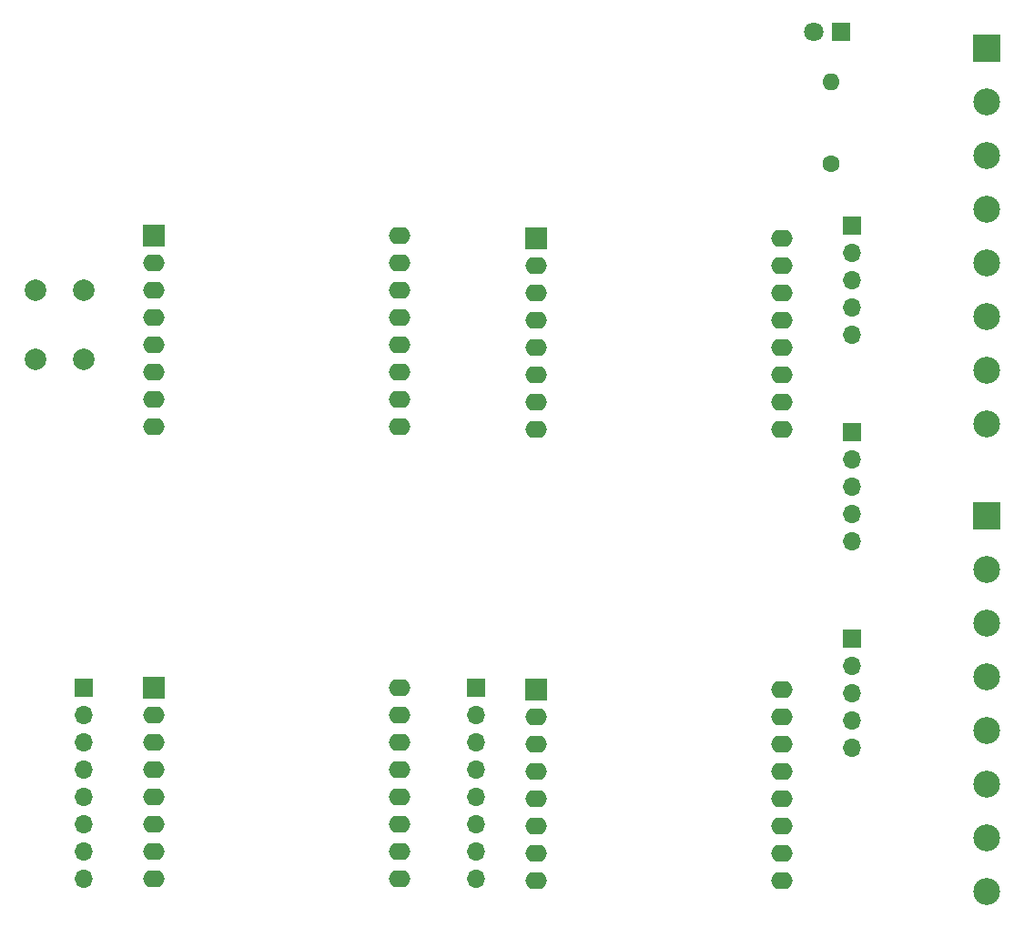
<source format=gbr>
%TF.GenerationSoftware,KiCad,Pcbnew,8.0.5-8.0.5-0~ubuntu24.04.1*%
%TF.CreationDate,2024-09-16T18:32:16+02:00*%
%TF.ProjectId,Test_elec,54657374-5f65-46c6-9563-2e6b69636164,rev?*%
%TF.SameCoordinates,Original*%
%TF.FileFunction,Soldermask,Top*%
%TF.FilePolarity,Negative*%
%FSLAX46Y46*%
G04 Gerber Fmt 4.6, Leading zero omitted, Abs format (unit mm)*
G04 Created by KiCad (PCBNEW 8.0.5-8.0.5-0~ubuntu24.04.1) date 2024-09-16 18:32:16*
%MOMM*%
%LPD*%
G01*
G04 APERTURE LIST*
%ADD10O,2.000000X1.600000*%
%ADD11R,2.000000X2.000000*%
%ADD12C,2.000000*%
%ADD13C,1.600000*%
%ADD14O,1.600000X1.600000*%
%ADD15R,1.700000X1.700000*%
%ADD16O,1.700000X1.700000*%
%ADD17R,2.500000X2.500000*%
%ADD18C,2.500000*%
%ADD19R,1.800000X1.800000*%
%ADD20C,1.800000*%
G04 APERTURE END LIST*
D10*
%TO.C,U4*%
X180500000Y-50220000D03*
X180500000Y-52760000D03*
X180500000Y-55300000D03*
X180500000Y-57840000D03*
X180500000Y-60380000D03*
X180500000Y-62920000D03*
X180500000Y-65460000D03*
X180500000Y-68000000D03*
X157640000Y-68000000D03*
X157640000Y-65460000D03*
X157640000Y-62920000D03*
X157640000Y-60380000D03*
X157640000Y-57840000D03*
X157640000Y-55300000D03*
X157640000Y-52760000D03*
D11*
X157640000Y-50220000D03*
%TD*%
%TO.C,U3*%
X122000000Y-50000000D03*
D10*
X122000000Y-52540000D03*
X122000000Y-55080000D03*
X122000000Y-57620000D03*
X122000000Y-60160000D03*
X122000000Y-62700000D03*
X122000000Y-65240000D03*
X122000000Y-67780000D03*
X144860000Y-67780000D03*
X144860000Y-65240000D03*
X144860000Y-62700000D03*
X144860000Y-60160000D03*
X144860000Y-57620000D03*
X144860000Y-55080000D03*
X144860000Y-52540000D03*
X144860000Y-50000000D03*
%TD*%
D11*
%TO.C,U2*%
X122000000Y-92000000D03*
D10*
X122000000Y-94540000D03*
X122000000Y-97080000D03*
X122000000Y-99620000D03*
X122000000Y-102160000D03*
X122000000Y-104700000D03*
X122000000Y-107240000D03*
X122000000Y-109780000D03*
X144860000Y-109780000D03*
X144860000Y-107240000D03*
X144860000Y-104700000D03*
X144860000Y-102160000D03*
X144860000Y-99620000D03*
X144860000Y-97080000D03*
X144860000Y-94540000D03*
X144860000Y-92000000D03*
%TD*%
D11*
%TO.C,U1*%
X157640000Y-92220000D03*
D10*
X157640000Y-94760000D03*
X157640000Y-97300000D03*
X157640000Y-99840000D03*
X157640000Y-102380000D03*
X157640000Y-104920000D03*
X157640000Y-107460000D03*
X157640000Y-110000000D03*
X180500000Y-110000000D03*
X180500000Y-107460000D03*
X180500000Y-104920000D03*
X180500000Y-102380000D03*
X180500000Y-99840000D03*
X180500000Y-97300000D03*
X180500000Y-94760000D03*
X180500000Y-92220000D03*
%TD*%
D12*
%TO.C,SW1*%
X111000000Y-61500000D03*
X111000000Y-55000000D03*
X115500000Y-61500000D03*
X115500000Y-55000000D03*
%TD*%
D13*
%TO.C,R1*%
X185000000Y-43310000D03*
D14*
X185000000Y-35690000D03*
%TD*%
D15*
%TO.C,J7*%
X187000000Y-87500000D03*
D16*
X187000000Y-90040000D03*
X187000000Y-92580000D03*
X187000000Y-95120000D03*
X187000000Y-97660000D03*
%TD*%
D15*
%TO.C,J6*%
X187000000Y-68250000D03*
D16*
X187000000Y-70790000D03*
X187000000Y-73330000D03*
X187000000Y-75870000D03*
X187000000Y-78410000D03*
%TD*%
D15*
%TO.C,J5*%
X187000000Y-49000000D03*
D16*
X187000000Y-51540000D03*
X187000000Y-54080000D03*
X187000000Y-56620000D03*
X187000000Y-59160000D03*
%TD*%
D17*
%TO.C,J4*%
X199500000Y-32500000D03*
D18*
X199500000Y-37500000D03*
X199500000Y-42500000D03*
X199500000Y-47500000D03*
X199500000Y-52500000D03*
X199500000Y-57500000D03*
X199500000Y-62500000D03*
X199500000Y-67500000D03*
%TD*%
D17*
%TO.C,J3*%
X199500000Y-76000000D03*
D18*
X199500000Y-81000000D03*
X199500000Y-86000000D03*
X199500000Y-91000000D03*
X199500000Y-96000000D03*
X199500000Y-101000000D03*
X199500000Y-106000000D03*
X199500000Y-111000000D03*
%TD*%
D16*
%TO.C,J2*%
X115500000Y-109795000D03*
X115500000Y-107255000D03*
X115500000Y-104715000D03*
X115500000Y-102175000D03*
X115500000Y-99635000D03*
X115500000Y-97095000D03*
X115500000Y-94555000D03*
D15*
X115500000Y-92015000D03*
%TD*%
%TO.C,J1*%
X152000000Y-92015000D03*
D16*
X152000000Y-94555000D03*
X152000000Y-97095000D03*
X152000000Y-99635000D03*
X152000000Y-102175000D03*
X152000000Y-104715000D03*
X152000000Y-107255000D03*
X152000000Y-109795000D03*
%TD*%
D19*
%TO.C,D1*%
X186000000Y-31000000D03*
D20*
X183460000Y-31000000D03*
%TD*%
M02*

</source>
